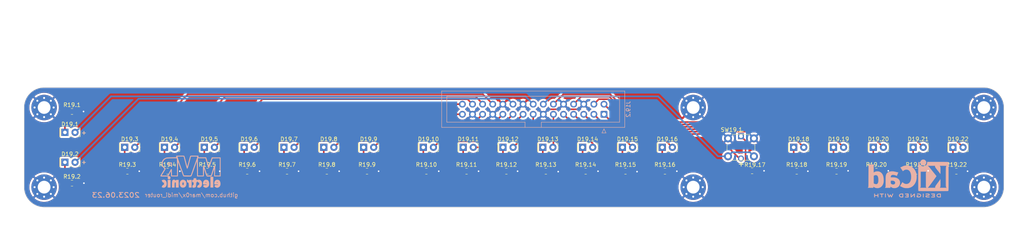
<source format=kicad_pcb>
(kicad_pcb (version 20221018) (generator pcbnew)
  (layers (0 "F.Cu" signal) (31 "B.Cu" signal) (34 "B.Paste" user) (35 "F.Paste" user) (36 "B.SilkS" user "B.Silkscreen") (37 "F.SilkS" user "F.Silkscreen") (38 "B.Mask" user) (39 "F.Mask" user) (44 "Edge.Cuts" user))
  (net 0 "")
  (net 1 "Net-(D19.1-K)")
  (net 2 "Net-(D19.2-K)")
  (net 3 "Net-(D19.3-K)")
  (net 4 "Net-(D19.4-K)")
  (net 5 "Net-(D19.5-K)")
  (net 6 "Net-(D19.6-K)")
  (net 7 "Net-(D19.7-K)")
  (net 8 "Net-(D19.8-K)")
  (net 9 "Net-(D19.9-K)")
  (net 10 "Net-(D19.10-K)")
  (net 11 "Net-(D19.11-K)")
  (net 12 "Net-(D19.12-K)")
  (net 13 "Net-(D19.13-K)")
  (net 14 "Net-(D19.14-K)")
  (net 15 "Net-(D19.15-K)")
  (net 16 "U9.12")
  (net 17 "U9.13")
  (net 18 "U9.11")
  (net 19 "U9.14")
  (net 20 "U8.18")
  (net 21 "GND")
  (net 22 "U8.17")
  (net 23 "U9.15")
  (net 24 "U8.16")
  (net 25 "U8.15")
  (net 26 "U9.16")
  (net 27 "~{BTN}")
  (net 28 "U8.14")
  (net 29 "U7.11")
  (net 30 "U8.13")
  (net 31 "U8.12")
  (net 32 "U7.12")
  (net 33 "U8.11")
  (net 34 "U7.13")
  (net 35 "U7.18")
  (net 36 "U7.14")
  (net 37 "U7.15")
  (net 38 "U7.17")
  (net 39 "U7.16")
  (net 40 "Net-(D19.16-K)")
  (net 41 "Net-(D19.18-K)")
  (net 42 "Net-(D19.19-K)")
  (net 43 "Net-(D19.20-K)")
  (net 44 "Net-(D19.21-K)")
  (net 45 "Net-(D19.22-K)")
  (net 46 "Net-(SW19.1-K)")
  (footprint "Resistor_SMD:R_0805_2012Metric" (layer "F.Cu") (at 171 101)
    (fp_text reference "R19.14" (at 0 -1.65) (layer "F.SilkS"))
    (fp_text value "470")
    (pad "1" smd roundrect (at -0.9125 0) (size 1.025 1.4) (layers "F.Cu" "F.Paste" "F.Mask") (roundrect_rratio 0.243902439) (net 14 "Net-(D19.14-K)"))
    (pad "2" smd roundrect (at 0.9125 0) (size 1.025 1.4) (layers "F.Cu" "F.Paste" "F.Mask") (roundrect_rratio 0.243902439) (net 21 "GND"))
  )
  (footprint "LED_THT:LED_Rectangular_W5.0mm_H2.0mm" (layer "F.Cu") (at 150.23 95)
    (fp_text reference "D19.12" (at 1.27 -2.06) (layer "F.SilkS"))
    (fp_text value "LED")
    (pad "1" thru_hole rect (at 0 0) (size 1.8 1.8) (drill 0.9) (layers "*.Cu" "*.Mask") (net 12 "Net-(D19.12-K)"))
    (pad "2" thru_hole circle (at 2.54 0) (size 1.8 1.8) (drill 0.9) (layers "*.Cu" "*.Mask") (net 28 "U8.14"))
  )
  (footprint "MountingHole:MountingHole_3.2mm_M3_Pad_Via" (layer "F.Cu") (at 271 85)
    (fp_text reference "H3" hide)
    (fp_text value "MountingHole_Pad")
    (pad "1" thru_hole circle (at -2.4 0) (size 0.8 0.8) (drill 0.5) (layers "*.Cu" "*.Mask") (net 21 "GND"))
    (pad "1" thru_hole circle (at -1.697056 -1.697056) (size 0.8 0.8) (drill 0.5) (layers "*.Cu" "*.Mask") (net 21 "GND"))
    (pad "1" thru_hole circle (at -1.697056 1.697056) (size 0.8 0.8) (drill 0.5) (layers "*.Cu" "*.Mask") (net 21 "GND"))
    (pad "1" thru_hole circle (at 0 -2.4) (size 0.8 0.8) (drill 0.5) (layers "*.Cu" "*.Mask") (net 21 "GND"))
    (pad "1" thru_hole circle (at 0 0) (size 6.4 6.4) (drill 3.2) (layers "*.Cu" "*.Mask") (net 21 "GND"))
    (pad "1" thru_hole circle (at 0 2.4) (size 0.8 0.8) (drill 0.5) (layers "*.Cu" "*.Mask") (net 21 "GND"))
    (pad "1" thru_hole circle (at 1.697056 -1.697056) (size 0.8 0.8) (drill 0.5) (layers "*.Cu" "*.Mask") (net 21 "GND"))
    (pad "1" thru_hole circle (at 1.697056 1.697056) (size 0.8 0.8) (drill 0.5) (layers "*.Cu" "*.Mask") (net 21 "GND"))
    (pad "1" thru_hole circle (at 2.4 0) (size 0.8 0.8) (drill 0.5) (layers "*.Cu" "*.Mask") (net 21 "GND"))
  )
  (footprint "Resistor_SMD:R_0805_2012Metric" (layer "F.Cu") (at 264.0875 101)
    (fp_text reference "R19.22" (at 0 -1.65) (layer "F.SilkS"))
    (fp_text value "470")
    (pad "1" smd roundrect (at -0.9125 0) (size 1.025 1.4) (layers "F.Cu" "F.Paste" "F.Mask") (roundrect_rratio 0.243902439) (net 45 "Net-(D19.22-K)"))
    (pad "2" smd roundrect (at 0.9125 0) (size 1.025 1.4) (layers "F.Cu" "F.Paste" "F.Mask") (roundrect_rratio 0.243902439) (net 21 "GND"))
  )
  (footprint "LED_THT:LED_Rectangular_W5.0mm_H2.0mm" (layer "F.Cu") (at 105.23 95)
    (fp_text reference "D19.8" (at 1.27 -2.06) (layer "F.SilkS"))
    (fp_text value "LED")
    (pad "1" thru_hole rect (at 0 0) (size 1.8 1.8) (drill 0.9) (layers "*.Cu" "*.Mask") (net 8 "Net-(D19.8-K)"))
    (pad "2" thru_hole circle (at 2.54 0) (size 1.8 1.8) (drill 0.9) (layers "*.Cu" "*.Mask") (net 35 "U7.18"))
  )
  (footprint "LED_THT:LED_Rectangular_W5.0mm_H2.0mm" (layer "F.Cu") (at 190.23 95)
    (fp_text reference "D19.16" (at 1.27 -2.06) (layer "F.SilkS"))
    (fp_text value "LED")
    (pad "1" thru_hole rect (at 0 0) (size 1.8 1.8) (drill 0.9) (layers "*.Cu" "*.Mask") (net 40 "Net-(D19.16-K)"))
    (pad "2" thru_hole circle (at 2.54 0) (size 1.8 1.8) (drill 0.9) (layers "*.Cu" "*.Mask") (net 20 "U8.18"))
  )
  (footprint "Resistor_SMD:R_0805_2012Metric" (layer "F.Cu") (at 131 101)
    (fp_text reference "R19.10" (at 0 -1.65) (layer "F.SilkS"))
    (fp_text value "470")
    (pad "1" smd roundrect (at -0.9125 0) (size 1.025 1.4) (layers "F.Cu" "F.Paste" "F.Mask") (roundrect_rratio 0.243902439) (net 10 "Net-(D19.10-K)"))
    (pad "2" smd roundrect (at 0.9125 0) (size 1.025 1.4) (layers "F.Cu" "F.Paste" "F.Mask") (roundrect_rratio 0.243902439) (net 21 "GND"))
  )
  (footprint "Resistor_SMD:R_0805_2012Metric" (layer "F.Cu") (at 106 101)
    (fp_text reference "R19.8" (at 0 -1.65) (layer "F.SilkS"))
    (fp_text value "470")
    (pad "1" smd roundrect (at -0.9125 0) (size 1.025 1.4) (layers "F.Cu" "F.Paste" "F.Mask") (roundrect_rratio 0.243902439) (net 8 "Net-(D19.8-K)"))
    (pad "2" smd roundrect (at 0.9125 0) (size 1.025 1.4) (layers "F.Cu" "F.Paste" "F.Mask") (roundrect_rratio 0.243902439) (net 21 "GND"))
  )
  (footprint "LED_THT:LED_Rectangular_W5.0mm_H2.0mm" (layer "F.Cu") (at 140.23 95)
    (fp_text reference "D19.11" (at 1.27 -2.06) (layer "F.SilkS"))
    (fp_text value "LED")
    (pad "1" thru_hole rect (at 0 0) (size 1.8 1.8) (drill 0.9) (layers "*.Cu" "*.Mask") (net 11 "Net-(D19.11-K)"))
    (pad "2" thru_hole circle (at 2.54 0) (size 1.8 1.8) (drill 0.9) (layers "*.Cu" "*.Mask") (net 30 "U8.13"))
  )
  (footprint "Resistor_SMD:R_0805_2012Metric" (layer "F.Cu") (at 254 101)
    (fp_text reference "R19.21" (at 0 -1.65) (layer "F.SilkS"))
    (fp_text value "470")
    (pad "1" smd roundrect (at -0.9125 0) (size 1.025 1.4) (layers "F.Cu" "F.Paste" "F.Mask") (roundrect_rratio 0.243902439) (net 44 "Net-(D19.21-K)"))
    (pad "2" smd roundrect (at 0.9125 0) (size 1.025 1.4) (layers "F.Cu" "F.Paste" "F.Mask") (roundrect_rratio 0.243902439) (net 21 "GND"))
  )
  (footprint "MountingHole:MountingHole_3.2mm_M3_Pad_Via" (layer "F.Cu") (at 35 85)
    (fp_text reference "H1" hide)
    (fp_text value "MountingHole_Pad")
    (pad "1" thru_hole circle (at -2.4 0) (size 0.8 0.8) (drill 0.5) (layers "*.Cu" "*.Mask") (net 21 "GND"))
    (pad "1" thru_hole circle (at -1.697056 -1.697056) (size 0.8 0.8) (drill 0.5) (layers "*.Cu" "*.Mask") (net 21 "GND"))
    (pad "1" thru_hole circle (at -1.697056 1.697056) (size 0.8 0.8) (drill 0.5) (layers "*.Cu" "*.Mask") (net 21 "GND"))
    (pad "1" thru_hole circle (at 0 -2.4) (size 0.8 0.8) (drill 0.5) (layers "*.Cu" "*.Mask") (net 21 "GND"))
    (pad "1" thru_hole circle (at 0 0) (size 6.4 6.4) (drill 3.2) (layers "*.Cu" "*.Mask") (net 21 "GND"))
    (pad "1" thru_hole circle (at 0 2.4) (size 0.8 0.8) (drill 0.5) (layers "*.Cu" "*.Mask") (net 21 "GND"))
    (pad "1" thru_hole circle (at 1.697056 -1.697056) (size 0.8 0.8) (drill 0.5) (layers "*.Cu" "*.Mask") (net 21 "GND"))
    (pad "1" thru_hole circle (at 1.697056 1.697056) (size 0.8 0.8) (drill 0.5) (layers "*.Cu" "*.Mask") (net 21 "GND"))
    (pad "1" thru_hole circle (at 2.4 0) (size 0.8 0.8) (drill 0.5) (layers "*.Cu" "*.Mask") (net 21 "GND"))
  )
  (footprint "LED_THT:LED_Rectangular_W5.0mm_H2.0mm" (layer "F.Cu") (at 40.23 98.75)
    (fp_text reference "D19.2" (at 1.27 -2.06) (layer "F.SilkS"))
    (fp_text value "LED")
    (fp_text user "+" (at 4.77 -0.05 unlocked) (layer "B.SilkS") (effects (justify mirror)))
    (fp_text user "+" (at 4.77 -0.05 unlocked) (layer "F.SilkS"))
    (pad "1" thru_hole rect (at 0 0) (size 1.8 1.8) (drill 0.9) (layers "*.Cu" "*.Mask") (net 2 "Net-(D19.2-K)"))
    (pad "2" thru_hole circle (at 2.54 0) (size 1.8 1.8) (drill 0.9) (layers "*.Cu" "*.Mask") (net 32 "U7.12"))
  )
  (footprint "LED_THT:LED_Rectangular_W5.0mm_H2.0mm" (layer "F.Cu") (at 130.23 95)
    (fp_text reference "D19.10" (at 1.27 -2.06) (layer "F.SilkS"))
    (fp_text value "LED")
    (pad "1" thru_hole rect (at 0 0) (size 1.8 1.8) (drill 0.9) (layers "*.Cu" "*.Mask") (net 10 "Net-(D19.10-K)"))
    (pad "2" thru_hole circle (at 2.54 0) (size 1.8 1.8) (drill 0.9) (layers "*.Cu" "*.Mask") (net 31 "U8.12"))
  )
  (footprint "LED_THT:LED_Rectangular_W5.0mm_H2.0mm" (layer "F.Cu") (at 85.23 95)
    (fp_text reference "D19.6" (at 1.27 -2.06) (layer "F.SilkS"))
    (fp_text value "LED")
    (pad "1" thru_hole rect (at 0 0) (size 1.8 1.8) (drill 0.9) (layers "*.Cu" "*.Mask") (net 6 "Net-(D19.6-K)"))
    (pad "2" thru_hole circle (at 2.54 0) (size 1.8 1.8) (drill 0.9) (layers "*.Cu" "*.Mask") (net 39 "U7.16"))
  )
  (footprint "Resistor_SMD:R_0805_2012Metric" (layer "F.Cu") (at 181 101)
    (fp_text reference "R19.15" (at 0 -1.65) (layer "F.SilkS"))
    (fp_text value "470")
    (pad "1" smd roundrect (at -0.9125 0) (size 1.025 1.4) (layers "F.Cu" "F.Paste" "F.Mask") (roundrect_rratio 0.243902439) (net 15 "Net-(D19.15-K)"))
    (pad "2" smd roundrect (at 0.9125 0) (size 1.025 1.4) (layers "F.Cu" "F.Paste" "F.Mask") (roundrect_rratio 0.243902439) (net 21 "GND"))
  )
  (footprint "Resistor_SMD:R_0805_2012Metric" (layer "F.Cu") (at 55.9125 101)
    (fp_text reference "R19.3" (at 0 -1.65) (layer "F.SilkS"))
    (fp_text value "470")
    (pad "1" smd roundrect (at -0.9125 0) (size 1.025 1.4) (layers "F.Cu" "F.Paste" "F.Mask") (roundrect_rratio 0.243902439) (net 3 "Net-(D19.3-K)"))
    (pad "2" smd roundrect (at 0.9125 0) (size 1.025 1.4) (layers "F.Cu" "F.Paste" "F.Mask") (roundrect_rratio 0.243902439) (net 21 "GND"))
  )
  (footprint "LED_THT:LED_Rectangular_W5.0mm_H2.0mm" (layer "F.Cu") (at 223.23 95)
    (fp_text reference "D19.18" (at 1.27 -2.06) (layer "F.SilkS"))
    (fp_text value "LED")
    (pad "1" thru_hole rect (at 0 0) (size 1.8 1.8) (drill 0.9) (layers "*.Cu" "*.Mask") (net 41 "Net-(D19.18-K)"))
    (pad "2" thru_hole circle (at 2.54 0) (size 1.8 1.8) (drill 0.9) (layers "*.Cu" "*.Mask") (net 16 "U9.12"))
  )
  (footprint "Resistor_SMD:R_0805_2012Metric" (layer "F.Cu") (at 66 101)
    (fp_text reference "R19.4" (at 0 -1.65) (layer "F.SilkS"))
    (fp_text value "470")
    (pad "1" smd roundrect (at -0.9125 0) (size 1.025 1.4) (layers "F.Cu" "F.Paste" "F.Mask") (roundrect_rratio 0.243902439) (net 4 "Net-(D19.4-K)"))
    (pad "2" smd roundrect (at 0.9125 0) (size 1.025 1.4) (layers "F.Cu" "F.Paste" "F.Mask") (roundrect_rratio 0.243902439) (net 21 "GND"))
  )
  (footprint "LED_THT:LED_Rectangular_W5.0mm_H2.0mm" (layer "F.Cu") (at 95.23 95)
    (fp_text reference "D19.7" (at 1.27 -2.06) (layer "F.SilkS"))
    (fp_text value "LED")
    (pad "1" thru_hole rect (at 0 0) (size 1.8 1.8) (drill 0.9) (layers "*.Cu" "*.Mask") (net 7 "Net-(D19.7-K)"))
    (pad "2" thru_hole circle (at 2.54 0) (size 1.8 1.8) (drill 0.9) (layers "*.Cu" "*.Mask") (net 38 "U7.17"))
  )
  (footprint "LED_THT:LED_Rectangular_W5.0mm_H2.0mm" (layer "F.Cu") (at 233.23 95)
    (fp_text reference "D19.19" (at 1.27 -2.06) (layer "F.SilkS"))
    (fp_text value "LED")
    (pad "1" thru_hole rect (at 0 0) (size 1.8 1.8) (drill 0.9) (layers "*.Cu" "*.Mask") (net 42 "Net-(D19.19-K)"))
    (pad "2" thru_hole circle (at 2.54 0) (size 1.8 1.8) (drill 0.9) (layers "*.Cu" "*.Mask") (net 17 "U9.13"))
  )
  (footprint "lib:SW_PUSH_6mm" (layer "F.Cu") (at 206.75 92.75)
    (fp_text reference "SW19.1" (at 0.889 -2.159) (layer "F.SilkS"))
    (fp_text value "SW_Push_LED")
    (pad "1" thru_hole circle (at 0 0 90) (size 2 2) (drill 1.1) (layers "*.Cu" "*.Mask") (net 21 "GND"))
    (pad "1" thru_hole circle (at 6.5 0 90) (size 2 2) (drill 1.1) (layers "*.Cu" "*.Mask") (net 21 "GND"))
    (pad "2" thru_hole circle (at 0 4.5 90) (size 2 2) (drill 1.1) (layers "*.Cu" "*.Mask") (net 27 "~{BTN}"))
    (pad "2" thru_hole circle (at 6.5 4.5 90) (size 2 2) (drill 1.1) (layers "*.Cu" "*.Mask") (net 27 "~{BTN}"))
    (pad "3" thru_hole rect (at 3.25 -0.55 90) (size 1.5 1.5) (drill 0.9) (layers "*.Cu" "*.Mask") (net 46 "Net-(SW19.1-K)"))
    (pad "4" thru_hole circle (at 3.25 5.05 90) (size 1.5 1.5) (drill 0.9) (layers "*.Cu" "*.Mask") (net 18 "U9.11"))
  )
  (footprint "MountingHole:MountingHole_3.2mm_M3_Pad_Via" (layer "F.Cu") (at 198 85)
    (fp_text reference "H2" hide)
    (fp_text value "MountingHole_Pad")
    (pad "1" thru_hole circle (at -2.4 0) (size 0.8 0.8) (drill 0.5) (layers "*.Cu" "*.Mask") (net 21 "GND"))
    (pad "1" thru_hole circle (at -1.697056 -1.697056) (size 0.8 0.8) (drill 0.5) (layers "*.Cu" "*.Mask") (net 21 "GND"))
    (pad "1" thru_hole circle (at -1.697056 1.697056) (size 0.8 0.8) (drill 0.5) (layers "*.Cu" "*.Mask") (net 21 "GND"))
    (pad "1" thru_hole circle (at 0 -2.4) (size 0.8 0.8) (drill 0.5) (layers "*.Cu" "*.Mask") (net 21 "GND"))
    (pad "1" thru_hole circle (at 0 0) (size 6.4 6.4) (drill 3.2) (layers "*.Cu" "*.Mask") (net 21 "GND"))
    (pad "1" thru_hole circle (at 0 2.4) (size 0.8 0.8) (drill 0.5) (layers "*.Cu" "*.Mask") (net 21 "GND"))
    (pad "1" thru_hole circle (at 1.697056 -1.697056) (size 0.8 0.8) (drill 0.5) (layers "*.Cu" "*.Mask") (net 21 "GND"))
    (pad "1" thru_hole circle (at 1.697056 1.697056) (size 0.8 0.8) (drill 0.5) (layers "*.Cu" "*.Mask") (net 21 "GND"))
    (pad "1" thru_hole circle (at 2.4 0) (size 0.8 0.8) (drill 0.5) (layers "*.Cu" "*.Mask") (net 21 "GND"))
  )
  (footprint "Resistor_SMD:R_0805_2012Metric" (layer "F.Cu") (at 224 101)
    (fp_text reference "R19.18" (at 0 -1.65) (layer "F.SilkS"))
    (fp_text value "470")
    (pad "1" smd roundrect (at -0.9125 0) (size 1.025 1.4) (layers "F.Cu" "F.Paste" "F.Mask") (roundrect_rratio 0.243902439) (net 41 "Net-(D19.18-K)"))
    (pad "2" smd roundrect (at 0.9125 0) (size 1.025 1.4) (layers "F.Cu" "F.Paste" "F.Mask") (roundrect_rratio 0.243902439) (net 21 "GND"))
  )
  (footprint "Resistor_SMD:R_0805_2012Metric" (layer "F.Cu") (at 86 101)
    (fp_text reference "R19.6" (at 0 -1.65) (layer "F.SilkS"))
    (fp_text value "470")
    (pad "1" smd roundrect (at -0.9125 0) (size 1.025 1.4) (layers "F.Cu" "F.Paste" "F.Mask") (roundrect_rratio 0.243902439) (net 6 "Net-(D19.6-K)"))
    (pad "2" smd roundrect (at 0.9125 0) (size 1.025 1.4) (layers "F.Cu" "F.Paste" "F.Mask") (roundrect_rratio 0.243902439) (net 21 "GND"))
  )
  (footprint "LED_THT:LED_Rectangular_W5.0mm_H2.0mm" (layer "F.Cu") (at 160.23 95)
    (fp_text reference "D19.13" (at 1.27 -2.06) (layer "F.SilkS"))
    (fp_text value "LED")
    (pad "1" thru_hole rect (at 0 0) (size 1.8 1.8) (drill 0.9) (layers "*.Cu" "*.Mask") (net 13 "Net-(D19.13-K)"))
    (pad "2" thru_hole circle (at 2.54 0) (size 1.8 1.8) (drill 0.9) (layers "*.Cu" "*.Mask") (net 25 "U8.15"))
  )
  (footprint "MountingHole:MountingHole_3.2mm_M3_Pad_Via" (layer "F.Cu") (at 271 105)
    (fp_text reference "H4" hide)
    (fp_text value "MountingHole_Pad")
    (pad "1" thru_hole circle (at -2.4 0) (size 0.8 0.8) (drill 0.5) (layers "*.Cu" "*.Mask") (net 21 "GND"))
    (pad "1" thru_hole circle (at -1.697056 -1.697056) (size 0.8 0.8) (drill 0.5) (layers "*.Cu" "*.Mask") (net 21 "GND"))
    (pad "1" thru_hole circle (at -1.697056 1.697056) (size 0.8 0.8) (drill 0.5) (layers "*.Cu" "*.Mask") (net 21 "GND"))
    (pad "1" thru_hole circle (at 0 -2.4) (size 0.8 0.8) (drill 0.5) (layers "*.Cu" "*.Mask") (net 21 "GND"))
    (pad "1" thru_hole circle (at 0 0) (size 6.4 6.4) (drill 3.2) (layers "*.Cu" "*.Mask") (net 21 "GND"))
    (pad "1" thru_hole circle (at 0 2.4) (size 0.8 0.8) (drill 0.5) (layers "*.Cu" "*.Mask") (net 21 "GND"))
    (pad "1" thru_hole circle (at 1.697056 -1.697056) (size 0.8 0.8) (drill 0.5) (layers "*.Cu" "*.Mask") (net 21 "GND"))
    (pad "1" thru_hole circle (at 1.697056 1.697056) (size 0.8 0.8) (drill 0.5) (layers "*.Cu" "*.Mask") (net 21 "GND"))
    (pad "1" thru_hole circle (at 2.4 0) (size 0.8 0.8) (drill 0.5) (layers "*.Cu" "*.Mask") (net 21 "GND"))
  )
  (footprint "Resistor_SMD:R_0805_2012Metric" (layer "F.Cu") (at 244 101)
    (fp_text reference "R19.20" (at 0 -1.65) (layer "F.SilkS"))
    (fp_text value "470")
    (pad "1" smd roundrect (at -0.9125 0) (size 1.025 1.4) (layers "F.Cu" "F.Paste" "F.Mask") (roundrect_rratio 0.243902439) (net 43 "Net-(D19.20-K)"))
    (pad "2" smd roundrect (at 0.9125 0) (size 1.025 1.4) (layers "F.Cu" "F.Paste" "F.Mask") (roundrect_rratio 0.243902439) (net 21 "GND"))
  )
  (footprint "Resistor_SMD:R_0805_2012Metric" (layer "F.Cu") (at 96 101)
    (fp_text reference "R19.7" (at 0 -1.65) (layer "F.SilkS"))
    (fp_text value "470")
    (pad "1" smd roundrect (at -0.9125 0) (size 1.025 1.4) (layers "F.Cu" "F.Paste" "F.Mask") (roundrect_rratio 0.243902439) (net 7 "Net-(D19.7-K)"))
    (pad "2" smd roundrect (at 0.9125 0) (size 1.025 1.4) (layers "F.Cu" "F.Paste" "F.Mask") (roundrect_rratio 0.243902439) (net 21 "GND"))
  )
  (footprint "LED_THT:LED_Rectangular_W5.0mm_H2.0mm" (layer "F.Cu") (at 75.23 95)
    (fp_text reference "D19.5" (at 1.27 -2.06) (layer "F.SilkS"))
    (fp_text value "LED")
    (pad "1" thru_hole rect (at 0 0) (size 1.8 1.8) (drill 0.9) (layers "*.Cu" "*.Mask") (net 5 "Net-(D19.5-K)"))
    (pad "2" thru_hole circle (at 2.54 0) (size 1.8 1.8) (drill 0.9) (layers "*.Cu" "*.Mask") (net 37 "U7.15"))
  )
  (footprint "LED_THT:LED_Rectangular_W5.0mm_H2.0mm" (layer "F.Cu") (at 40.23 91.25)
    (fp_text reference "D19.1" (at 1.27 -2.06) (layer "F.SilkS"))
    (fp_text value "LED")
    (fp_text user "+" (at 4.77 0.05 unlocked) (layer "B.SilkS") (effects (justify mirror)))
    (fp_text user "+" (at 4.77 0.05 unlocked) (layer "F.SilkS"))
    (pad "1" thru_hole rect (at 0 0) (size 1.8 1.8) (drill 0.9) (layers "*.Cu" "*.Mask") (net 1 "Net-(D19.1-K)"))
    (pad "2" thru_hole circle (at 2.54 0) (size 1.8 1.8) (drill 0.9) (layers "*.Cu" "*.Mask") (net 29 "U7.11"))
  )
  (footprint "Resistor_SMD:R_0805_2012Metric" (layer "F.Cu") (at 116.0875 101)
    (fp_text reference "R19.9" (at 0 -1.65) (layer "F.SilkS"))
    (fp_text value "470")
    (pad "1" smd roundrect (at -0.9125 0) (size 1.025 1.4) (layers "F.Cu" "F.Paste" "F.Mask") (roundrect_rratio 0.243902439) (net 9 "Net-(D19.9-K)"))
    (pad "2" smd roundrect (at 0.9125 0) (size 1.025 1.4) (layers "F.Cu" "F.Paste" "F.Mask") (roundrect_rratio 0.243902439) (net 21 "GND"))
  )
  (footprint "Resistor_SMD:R_0805_2012Metric" (layer "F.Cu") (at 151.0875 101)
    (fp_text reference "R19.12" (at 0 -1.65) (layer "F.SilkS"))
    (fp_text value "470")
    (pad "1" smd roundrect (at -0.9125 0) (size 1.025 1.4) (layers "F.Cu" "F.Paste" "F.Mask") (roundrect_rratio 0.243902439) (net 12 "Net-(D19.12-K)"))
    (pad "2" smd roundrect (at 0.9125 0) (size 1.025 1.4) (layers "F.Cu" "F.Paste" "F.Mask") (roundrect_rratio 0.243902439) (net 21 "GND"))
  )
  (footprint "Resistor_SMD:R_0805_2012Metric" (layer "F.Cu") (at 190.9125 101)
    (fp_text reference "R19.16" (at 0 -1.65) (layer "F.SilkS"))
    (fp_text value "470")
    (pad "1" smd roundrect (at -0.9125 0) (size 1.025 1.4) (layers "F.Cu" "F.Paste" "F.Mask") (roundrect_rratio 0.243902439) (net 40 "Net-(D19.16-K)"))
    (pad "2" smd roundrect (at 0.9125 0) (size 1.025 1.4) (layers "F.Cu" "F.Paste" "F.Mask") (roundrect_rratio 0.243902439) (net 21 "GND"))
  )
  (footprint "LED_THT:LED_Rectangular_W5.0mm_H2.0mm" (layer "F.Cu") (at 115.23 95)
    (fp_text reference "D19.9" (at 1.27 -2.06) (layer "F.SilkS"))
    (fp_text value "LED")
    (pad "1" thru_hole rect (at 0 0) (size 1.8 1.8) (drill 0.9) (layers "*.Cu" "*.Mask") (net 9 "Net-(D19.9-K)"))
    (pad "2" thru_hole circle (at 2.54 0) (size 1.8 1.8) (drill 0.9) (layers "*.Cu" "*.Mask") (net 33 "U8.11"))
  )
  (footprint "Resistor_SMD:R_0805_2012Metric" (layer "F.Cu") (at 42 104)
    (fp_text reference "R19.2" (at 0 -1.65) (layer "F.SilkS"))
    (fp_text value "470")
    (pad "1" smd roundrect (at -0.9125 0) (size 1.025 1.4) (layers "F.Cu" "F.Paste" "F.Mask") (roundrect_rratio 0.243902439) (net 2 "Net-(D19.2-K)"))
    (pad "2" smd roundrect (at 0.9125 0) (size 1.025 1.4) (layers "F.Cu" "F.Paste" "F.Mask") (roundrect_rratio 0.243902439) (net 21 "GND"))
  )
  (footprint "Resistor_SMD:R_0805_2012Metric" (layer "F.Cu") (at 42 86)
    (fp_text reference "R19.1" (at 0 -1.65) (layer "F.SilkS"))
    (fp_text value "470")
    (pad "1" smd roundrect (at -0.9125 0) (size 1.025 1.4) (layers "F.Cu" "F.Paste" "F.Mask") (roundrect_rratio 0.243902439) (net 1 "Net-(D19.1-K)"))
    (pad "2" smd roundrect (at 0.9125 0) (size 1.025 1.4) (layers "F.Cu" "F.Paste" "F.Mask") (roundrect_rratio 0.243902439) (net 21 "GND"))
  )
  (footprint "Resistor_SMD:R_0805_2012Metric" (layer "F.Cu") (at 161 101)
    (fp_text reference "R19.13" (at 0 -1.65) (layer "F.SilkS"))
    (fp_text value "470")
    (pad "1" smd roundrect (at -0.9125 0) (size 1.025 1.4) (layers "F.Cu" "F.Paste" "F.Mask") (roundrect_rratio 0.243902439) (net 13 "Net-(D19.13-K)"))
    (pad "2" smd roundrect (at 0.9125 0) (size 1.025 1.4) (layers "F.Cu" "F.Paste" "F.Mask") (roundrect_rratio 0.243902439) (net 21 "GND"))
  )
  (footprint "Resistor_SMD:R_0805_2012Metric" (layer "F.Cu") (at 234 101)
    (fp_text reference "R19.19" (at 0 -1.65) (layer "F.SilkS"))
    (fp_text value "470")
    (pad "1" smd roundrect (at -0.9125 0) (size 1.025 1.4) (layers "F.Cu" "F.Paste" "F.Mask") (roundrect_rratio 0.243902439) (net 42 "Net-(D19.19-K)"))
    (pad "2" smd roundrect (at 0.9125 0) (size 1.025 1.4) (layers "F.Cu" "F.Paste" "F.Mask") (roundrect_rratio 0.243902439) (net 21 "GND"))
  )
  (footprint "Resistor_SMD:R_0805_2012Metric" (layer "F.Cu") (at 212.8 100.9)
    (fp_text reference "R19.17" (at 0.7 -1.5) (layer "F.SilkS"))
    (fp_text value "470")
    (pad "1" smd roundrect (at -0.9125 0) (size 1.025 1.4) (layers "F.Cu" "F.Paste" "F.Mask") (roundrect_rratio 0.243902439) (net 46 "Net-(SW19.1-K)"))
    (pad "2" smd roundrect (at 0.9125 0) (size 1.025 1.4) (layers "F.Cu" "F.Paste" "F.Mask") (roundrect_rratio 0.243902439) (net 21 "GND"))
  )
  (footprint "LED_THT:LED_Rectangular_W5.0mm_H2.0mm" (layer "F.Cu") (at 243.23 95)
    (fp_text reference "D19.20" (at 1.27 -2.06) (layer "F.SilkS"))
    (fp_text value "LED")
    (pad "1" thru_hole rect (at 0 0) (size 1.8 1.8) (drill 0.9) (layers "*.Cu" "*.Mask") (net 43 "Net-(D19.20-K)"))
    (pad "2" thru_hole circle (at 2.54 0) (size 1.8 1.8) (drill 0.9) (layers "*.Cu" "*.Mask") (net 19 "U9.14"))
  )
  (footprint "MountingHole:MountingHole_3.2mm_M3_Pad_Via" (layer "F.Cu") (at 35 105)
    (fp_text reference "H6" hide)
    (fp_text value "MountingHole_Pad")
    (pad "1" thru_hole circle (at -2.4 0) (size 0.8 0.8) (drill 0.5) (layers "*.Cu" "*.Mask") (net 21 "GND"))
    (pad "1" thru_hole circle (at -1.697056 -1.697056) (size 0.8 0.8) (drill 0.5) (layers "*.Cu" "*.Mask") (net 21 "GND"))
    (pad "1" thru_hole circle (at -1.697056 1.697056) (size 0.8 0.8) (drill 0.5) (layers "*.Cu" "*.Mask") (net 21 "GND"))
    (pad "1" thru_hole circle (at 0 -2.4) (size 0.8 0.8) (drill 0.5) (layers "*.Cu" "*.Mask") (net 21 "GND"))
    (pad "1" thru_hole circle (at 0 0) (size 6.4 6.4) (drill 3.2) (layers "*.Cu" "*.Mask") (net 21 "GND"))
    (pad "1" thru_hole circle (at 0 2.4) (size 0.8 0.8) (drill 0.5) (layers "*.Cu" "*.Mask") (net 21 "GND"))
    (pad "1" thru_hole circle (at 1.697056 -1.697056) (size 0.8 0.8) (drill 0.5) (layers "*.Cu" "*.Mask") (net 21 "GND"))
    (pad "1" thru_hole circle (at 1.697056 1.697056) (size 0.8 0.8) (drill 0.5) (layers "*.Cu" "*.Mask") (net 21 "GND"))
    (pad "1" thru_hole circle (at 2.4 0) (size 0.8 0.8) (drill 0.5) (layers "*.Cu" "*.Mask") (net 21 "GND"))
  )
  (footprint "Resistor_SMD:R_0805_2012Metric" (layer "F.Cu") (at 76 101)
    (fp_text reference "R19.5" (at 0 -1.65) (layer "F.SilkS"))
    (fp_text value "470")
    (pad "1" smd roundrect (at -0.9125 0) (size 1.025 1.4) (layers "F.Cu" "F.Paste" "F.Mask") (roundrect_rratio 0.243902439) (net 5 "Net-(D19.5-K)"))
    (pad "2" smd roundrect (at 0.9125 0) (size 1.025 1.4) (layers "F.Cu" "F.Paste" "F.Mask") (roundrect_rratio 0.243902439) (net 21 "GND"))
  )
  (footprint "LED_THT:LED_Rectangular_W5.0mm_H2.0mm" (layer "F.Cu") (at 263.23 95)
    (fp_text reference "D19.22" (at 1.27 -2.06) (layer "F.SilkS"))
    (fp_text value "LED")
    (pad "1" thru_hole rect (at 0 0) (size 1.8 1.8) (drill 0.9) (layers "*.Cu" "*.Mask") (net 45 "Net-(D19.22-K)"))
    (pad "2" thru_hole circle (at 2.54 0) (size 1.8 1.8) (drill 0.9) (layers "*.Cu" "*.Mask") (net 26 "U9.16"))
  )
  (footprint "LED_THT:LED_Rectangular_W5.0mm_H2.0mm" (layer "F.Cu") (at 65.23 95)
    (fp_text reference "D19.4" (at 1.27 -2.06) (layer "F.SilkS"))
    (fp_text value "LED")
    (pad "1" thru_hole rect (at 0 0) (size 1.8 1.8) (drill 0.9) (layers "*.Cu" "*.Mask") (net 4 "Net-(D19.4-K)"))
    (pad "2" thru_hole circle (at 2.54 0) (size 1.8 1.8) (drill 0.9) (layers "*.Cu" "*.Mask") (net 36 "U7.14"))
  )
  (footprint "Resistor_SMD:R_0805_2012Metric" (layer "F.Cu") (at 141.0875 101)
    (fp_text reference "R19.11" (at 0 -1.65) (layer "F.SilkS"))
    (fp_text value "470")
    (pad "1" smd roundrect (at -0.9125 0) (size 1.025 1.4) (layers "F.Cu" "F.Paste" "F.Mask") (roundrect_rratio 0.243902439) (net 11 "Net-(D19.11-K)"))
    (pad "2" smd roundrect (at 0.9125 0) (size 1.025 1.4) (layers "F.Cu" "F.Paste" "F.Mask") (roundrect_rratio 0.243902439) (net 21 "GND"))
  )
  (footprint "LED_THT:LED_Rectangular_W5.0mm_H2.0mm" (layer "F.Cu") (at 180.23 95)
    (fp_text reference "D19.15" (at 1.27 -2.06) (layer "F.SilkS"))
    (fp_text value "LED")
    (pad "1" thru_hole rect (at 0 0) (size 1.8 1.8) (drill 0.9) (layers "*.Cu" "*.Mask") (net 15 "Net-(D19.15-K)"))
    (pad "2" thru_hole circle (at 2.54 0) (size 1.8 1.8) (drill 0.9) (layers "*.Cu" "*.Mask") (net 22 "U8.17"))
  )
  (footprint "LED_THT:LED_Rectangular_W5.0mm_H2.0mm" (layer "F.Cu") (at 253.23 95)
    (fp_text reference "D19.21" (at 1.27 -2.06) (layer "F.SilkS"))
    (fp_text value "LED")
    (pad "1" thru_hole rect (at 0 0) (size 1.8 1.8) (drill 0.9) (layers "*.Cu" "*.Mask") (net 44 "Net-(D19.21-K)"))
    (pad "2" thru_hole circle (at 2.54 0) (size 1.8 1.8) (drill 0.9) (layers "*.Cu" "*.Mask") (net 23 "U9.15"))
  )
  (footprint "LED_THT:LED_Rectangular_W5.0mm_H2.0mm" (layer "F.Cu") (at 170.23 95)
    (fp_text reference "D19.14" (at 1.27 -2.06) (layer "F.SilkS"))
    (fp_text value "LED")
    (pad "1" thru_hole rect (at 0 0) (size 1.8 1.8) (drill 0.9) (layers "*.Cu" "*.Mask") (net 14 "Net-(D19.14-K)"))
    (pad "2" thru_hole circle (at 2.54 0) (size 1.8 1.8) (drill 0.9) (layers "*.Cu" "*.Mask") (net 24 "U8.16"))
  )
  (footprint "MountingHole:MountingHole_3.2mm_M3_Pad_Via" (layer "F.Cu") (at 198 105)
    (fp_text reference "H5" hide)
    (fp_text value "MountingHole_Pad")
    (pad "1" thru_hole circle (at -2.4 0) (size 0.8 0.8) (drill 0.5) (layers "*.Cu" "*.Mask") (net 21 "GND"))
    (pad "1" thru_hole circle (at -1.697056 -1.697056) (size 0.8 0.8) (drill 0.5) (layers "*.Cu" "*.Mask") (net 21 "GND"))
    (pad "1" thru_hole circle (at -1.697056 1.697056) (size 0.8 0.8) (drill 0.5) (layers "*.Cu" "*.Mask") (net 21 "GND"))
    (pad "1" thru_hole circle (at 0 -2.4) (size 0.8 0.8) (drill 0.5) (layers "*.Cu" "*.Mask") (net 21 "GND"))
    (pad "1" thru_hole circle (at 0 0) (size 6.4 6.4) (drill 3.2) (layers "*.Cu" "*.Mask") (net 21 "GND"))
    (pad "1" thru_hole circle (at 0 2.4) (size 0.8 0.8) (drill 0.5) (layers "*.Cu" "*.Mask") (net 21 "GND"))
    (pad "1" thru_hole circle (at 1.697056 -1.697056) (size 0.8 0.8) (drill 0.5) (layers "*.Cu" "*.Mask") (net 21 "GND"))
    (pad "1" thru_hole circle (at 1.697056 1.697056) (size 0.8 0.8) (drill 0.5) (layers "*.Cu" "*.Mask") (net 21 "GND"))
    (pad "1" thru_hole circle (at 2.4 0) (size 0.8 0.8) (drill 0.5) (layers "*.Cu" "*.Mask") (net 21 "GND"))
  )
  (footprint "LED_THT:LED_Rectangular_W5.0mm_H2.0mm" (layer "F.Cu") (at 55.23 95)
    (fp_text reference "D19.3" (at 1.27 -2.06) (layer "F.SilkS"))
    (fp_text value "LED")
    (pad "1" thru_hole rect (at 0 0) (size 1.8 1.8) (drill 0.9) (layers "*.Cu" "*.Mask") (net 3 "Net-(D19.3-K)"))
    (pad "2" thru_hole circle (at 2.54 0) (size 1.8 1.8) (drill 0.9) (layers "*.Cu" "*.Mask") (net 34 "U7.13"))
  )
  (footprint "Connector_IDC:IDC-Header_2x15_P2.54mm_Vertical" (layer "B.Cu") (at 175.6 86.7 90)
    (fp_text reference "J19.2" (at 1.27 6.1 90) (layer "B.SilkS") (effects (justify mirror)))
    (fp_text value "Conn_02x15_Odd_Even")
    (pad "1" thru_hole roundrect (at 0 0 90) (size 1.7 1.7) (drill 1) (layers "*.Cu" "*.Mask") (roundrect_rratio 0.1470588235) (net 16 "U9.12"))
    (pad "2" thru_hole circle (at 2.54 0 90) (size 1.7 1.7) (drill 1) (layers "*.Cu" "*.Mask") (net 17 "U9.13"))
    (pad "3" thru_hole circle (at 0 -2.54 90) (size 1.7 1.7) (drill 1) (layers "*.Cu" "*.Mask") (net 18 "U9.11"))
    (pad "4" thru_hole circle (at 2.54 -2.54 90) (size 1.7 1.7) (drill 1) (layers "*.Cu" "*.Mask") (net 19 "U9.14"))
    (pad "5" thru_hole circle (at 0 -5.08 90) (size 1.7 1.7) (drill 1) (layers "*.Cu" "*.Mask") (net 20 "U8.18"))
    (pad "6" thru_hole circle (at 2.54 -5.08 90) (size 1.7 1.7) (drill 1) (layers "*.Cu" "*.Mask") (net 21 "GND"))
    (pad "7" thru_hole circle (at 0 -7.62 90) (size 1.7 1.7) (drill 1) (layers "*.Cu" "*.Mask") (net 22 "U8.17"))
    (pad "8" thru_hole circle (at 2.54 -7.62 90) (size 1.7 1.7) (drill 1) (layers "*.Cu" "*.Mask") (net 23 "U9.15"))
    (pad "9" thru_hole circle (at 0 -10.16 90) (size 1.7 1.7) (drill 1) (layers "*.Cu" "*.Mask") (net 24 "U8.16"))
    (pad "10" thru_hole circle (at 2.54 -10.16 90) (size 1.7 1.7) (drill 1) (layers "*.Cu" "*.Mask") (net 21 "GND"))
    (pad "11" thru_hole circle (at 0 -12.7 90) (size 1.7 1.7) (drill 1) (layers "*.Cu" "*.Mask") (net 25 "U8.15"))
    (pad "12" thru_hole circle (at 2.54 -12.7 90) (size 1.7 1.7) (drill 1) (layers "*.Cu" "*.Mask") (net 26 "U9.16"))
    (pad "13" thru_hole circle (at 0 -15.24 90) (size 1.7 1.7) (drill 1) (layers "*.Cu" "*.Mask") (net 21 "GND"))
    (pad "14" thru_hole circle (at 2.54 -15.24 90) (size 1.7 1.7) (drill 1) (layers "*.Cu" "*.Mask") (net 27 "~{BTN}"))
    (pad "15" thru_hole circle (at 0 -17.78 90) (size 1.7 1.7) (drill 1) (layers "*.Cu" "*.Mask") (net 28 "U8.14"))
    (pad "16" thru_hole circle (at 2.54 -17.78 90) (size 1.7 1.7) (drill 1) (layers "*.Cu" "*.Mask") (net 29 "U7.11"))
    (pad "17" thru_hole circle (at 0 -20.32 90) (size 1.7 1.7) (drill 1) (layers "*.Cu" "*.Mask") (net 30 "U8.13"))
    (pad "18" thru_hole circle (at 2.54 -20.32 90) (size 1.7 1.7) (drill 1) (layers "*.Cu" "*.Mask") (net 21 "GND"))
    (pad "19" thru_hole circle (at 0 -22.86 90) (size 1.7 1.7) (drill 1) (layers "*.Cu" "*.Mask") (net 31 "U8.12"))
    (pad "20" thru_hole circle (at 2.54 -22.86 90) (size 1.7 1.7) (drill 1) (layers "*.Cu" "*.Mask") (net 32 "U7.12"))
    (pad "21" thru_hole circle (at 0 -25.4 90) (size 1.7 1.7) (drill 1) (layers "*.Cu" "*.Mask") (net 33 "U8.11"))
    (pad "22" thru_hole circle (at 2.54 -25.4 90) (size 1.7 1.7) (drill 1) (layers "*.Cu" "*.Mask") (net 21 "GND"))
    (pad "23" thru_hole circle (at 0 -27.94 90) (size 1.7 1.7) (drill 1) (layers "*.Cu" "*.Mask") (net 21 "GND"))
    (pad "24" thru_hole circle (at 2.54 -27.94 90) (size 1.7 1.7) (drill 1) (layers "*.Cu" "*.Mask") (net 34 "U7.13"))
    (pad "25" thru_hole circle (at 0 -30.48 90) (size 1.7 1.7) (drill 1) (layers "*.Cu" "*.Mask") (net 35 "U7.18"))
    (pad "26" thru_hole circle (at 2.54 -30.48 90) (size 1.7 1.7) (drill 1) (layers "*.Cu" "*.Mask") (net 36 "U7.14"))
    (pad "27" thru_hole circle (at 0 -33.02 90) (size 1.7 1.7) (drill 1) (layers "*.Cu" "*.Mask") (net 21 "GND"))
    (pad "28" thru_hole circle (at 2.54 -33.02 90) (size 1.7 1.7) (drill 1) (layers "*.Cu" "*.Mask") (net 37 "U7.15"))
    (pad "29" thru_hole circle (at 0 -35.56 90) (size 1.7 1.7) (drill 1) (layers "*.Cu" "*.Mask") (net 38 "U7.17"))
    (pad "30" thru_hole circle (at 2.54 -35.56 90) (size 1.7 1.7) (drill 1) (layers "*.Cu" "*.Mask") (net 39 "U7.16"))
  )
  (footprint "Symbol:KiCad-Logo2_8mm_SilkScreen" (layer "B.Cu") (at 252 102 180)
    (fp_text reference "REF**" hide)
    (fp_text value "KiCad-Logo2_8mm_SilkScreen" hide)
  )
  (footprint "lib:mvr-logo-16x10" (layer "B.Cu") (at 72 101 180)
    (fp_text reference "G***" hide)
    (fp_text value "LOGO" hide)
  )
  (gr_line (start 271 110) (end 35 110) (stroke (width 0.1)) (layer "Edge.Cuts"))
  (gr_arc (start 35 110) (mid 31.464466 108.535534) (end 30 105) (stroke (width 0.1)) (layer "Edge.Cuts"))
  (gr_arc (start 30 85) (mid 31.464466 81.464466) (end 35 80) (stroke (width 0.1)) (layer "Edge.Cuts"))
  (gr_line (start 30 105) (end 30 85) (stroke (width 0.1)) (layer "Edge.Cuts"))
  (gr_line (start 276 85) (end 276 105) (stroke (width 0.1)) (layer "Edge.Cuts"))
  (gr_arc (start 276 105) (mid 274.535534 108.535534) (end 271 110) (stroke (width 0.1)) (layer "Edge.Cuts"))
  (gr_line (start 35 80) (end 271 80) (stroke (width 0.1)) (layer "Edge.Cuts"))
  (gr_arc (start 271 80) (mid 274.535534 81.464466) (end 276 85) (stroke (width 0.1)) (layer "Edge.Cuts"))
  (gr_text "github.com/mar0x/midi_router" (at 72 107) (layer "B.SilkS") (effects (font (size 1 1)) (justify mirror)))
  (gr_text "2023.06.23" (at 53 107) (layer "B.SilkS") (effects (font (size 1.2 1.4) (thickness 0.2)) (justify mirror)))
  (segment (start 40.23 86.8575) (end 41.0875 86) (width 0.4) (layer "F.Cu") (net 1))
  (segment (start 40.23 91.25) (end 40.23 86.8575) (width 0.4) (layer "F.Cu") (net 1))
  (segment (start 40.23 103.1425) (end 41.0875 104) (width 0.4) (layer "F.Cu") (net 2))
  (segment (start 40.23 98.75) (end 40.23 103.1425) (width 0.4) (layer "F.Cu") (net 2))
  (segment (start 55 101) (end 55.23 100.77) (width 0.4) (layer "F.Cu") (net 3))
  (segment (start 55.23 100.77) (end 55.23 95) (width 0.4) (layer "F.Cu") (net 3))
  (segment (start 65.23 100.8575) (end 65.0875 101) (width 0.4) (layer "F.Cu") (net 4))
  (segment (start 65.23 95) (end 65.23 100.8575) (width 0.4) (layer "F.Cu") (net 4))
  (segment (start 75.23 95) (end 75.23 100.8575) (width 0.4) (layer "F.Cu") (net 5))
  (segment (start 75.23 100.8575) (end 75.0875 101) (width 0.4) (layer "F.Cu") (net 5))
  (segment (start 85.23 100.8575) (end 85.0875 101) (width 0.4) (layer "F.Cu") (net 6))
  (segment (start 85.23 95) (end 85.23 100.8575) (width 0.4) (layer "F.Cu") (net 6))
  (segment (start 95.23 95) (end 95.23 100.8575) (width 0.4) (layer "F.Cu") (net 7))
  (segment (start 95.23 100.8575) (end 95.0875 101) (width 0.4) (layer "F.Cu") (net 7))
  (segment (start 105.23 95) (end 105.23 100.8575) (width 0.4) (layer "F.Cu") (net 8))
  (segment (start 105.23 100.8575) (end 105.0875 101) (width 0.4) (layer "F.Cu") (net 8))
  (segment (start 115.23 100.945) (end 115.175 101) (width 0.4) (layer "F.Cu") (net 9))
  (segment (start 115.23 95) (end 115.23 100.945) (width 0.4) (layer "F.Cu") (net 9))
  (segment (start 130.23 100.8575) (end 130.0875 101) (width 0.4) (layer "F.Cu") (net 10))
  (segment (start 130.23 95) (end 130.23 100.8575) (width 0.4) (layer "F.Cu") (net 10))
  (segment (start 140.23 100.945) (end 140.175 101) (width 0.4) (layer "F.Cu") (net 11))
  (segment (start 140.23 95) (end 140.23 100.945) (width 0.4) (layer "F.Cu") (net 11))
  (segment (start 150.23 100.945) (end 150.175 101) (width 0.4) (layer "F.Cu") (net 12))
  (segment (start 150.23 95) (end 150.23 100.945) (width 0.4) (layer "F.Cu") (net 12))
  (segment (start 160.23 100.8575) (end 160.0875 101) (width 0.4) (layer "F.Cu") (net 13))
  (segment (start 160.23 95) (end 160.23 100.8575) (width 0.4) (layer "F.Cu") (net 13))
  (segment (start 170.23 100.8575) (end 170.0875 101) (width 0.4) (layer "F.Cu") (net 14))
  (segment (start 170.23 95) (end 170.23 100.8575) (width 0.4) (layer "F.Cu") (net 14))
  (segment (start 180.23 95) (end 180.23 100.8575) (width 0.4) (layer "F.Cu") (net 15))
  (segment (start 180.23 100.8575) (end 180.0875 101) (width 0.4) (layer "F.Cu") (net 15))
  (segment (start 221.820489 91.050489) (end 225.77 95) (width 0.4) (layer "F.Cu") (net 16))
  (segment (start 175.6 86.7) (end 179.950489 91.050489) (width 0.4) (layer "F.Cu") (net 16))
  (segment (start 179.950489 91.050489) (end 221.820489 91.050489) (width 0.4) (layer "F.Cu") (net 16))
  (segment (start 175.6 84.16) (end 181.890969 90.450969) (width 0.4) (layer "F.Cu") (net 17))
  (segment (start 231.220969 90.450969) (end 235.77 95) (width 0.4) (layer "F.Cu") (net 17))
  (segment (start 181.890969 90.450969) (end 231.220969 90.450969) (width 0.4) (layer "F.Cu") (net 17))
  (segment (start 178.010009 91.650009) (end 203.450009 91.650009) (width 0.4) (layer "F.Cu") (net 18))
  (segment (start 173.06 86.7) (end 178.010009 91.650009) (width 0.4) (layer "F.Cu") (net 18))
  (segment (start 203.450009 91.650009) (end 209.6 97.8) (width 0.4) (layer "F.Cu") (net 18))
  (segment (start 209.6 97.8) (end 210 97.8) (width 0.4) (layer "F.Cu") (net 18))
  (segment (start 176.710489 82.910489) (end 183.651451 89.851449) (width 0.4) (layer "F.Cu") (net 19))
  (segment (start 174.309511 82.910489) (end 176.710489 82.910489) (width 0.4) (layer "F.Cu") (net 19))
  (segment (start 183.651451 89.851449) (end 240.621449 89.851449) (width 0.4) (layer "F.Cu") (net 19))
  (segment (start 240.621449 89.851449) (end 245.77 95) (width 0.4) (layer "F.Cu") (net 19))
  (segment (start 173.06 84.16) (end 174.309511 82.910489) (width 0.4) (layer "F.Cu") (net 19))
  (segment (start 176.069529 92.249529) (end 190.019529 92.249529) (width 0.4) (layer "F.Cu") (net 20))
  (segment (start 190.019529 92.249529) (end 192.77 95) (width 0.4) (layer "F.Cu") (net 20))
  (segment (start 170.52 86.7) (end 176.069529 92.249529) (width 0.4) (layer "F.Cu") (net 20))
  (segment (start 160.36 86.7) (end 161.609511 85.450489) (width 0.4) (layer "F.Cu") (net 21))
  (segment (start 236.8 101) (end 236.9 100.9) (width 0.4) (layer "F.Cu") (net 21))
  (segment (start 256.9 101) (end 257 100.9) (width 0.4) (layer "F.Cu") (net 21))
  (segment (start 96.9125 101) (end 98.9 101) (width 0.4) (layer "F.Cu") (net 21))
  (segment (start 181.9125 101) (end 183.8 101) (width 0.4) (layer "F.Cu") (net 21))
  (segment (start 117 101) (end 119 101) (width 0.4) (layer "F.Cu") (net 21))
  (segment (start 161.609511 85.450489) (end 164.149511 85.450489) (width 0.4) (layer "F.Cu") (net 21))
  (segment (start 246.9 101) (end 247 100.9) (width 0.4) (layer "F.Cu") (net 21))
  (segment (start 183.8 101) (end 183.9 101.1) (width 0.4) (layer "F.Cu") (net 21))
  (segment (start 265 101) (end 266.9 101) (width 0.4) (layer "F.Cu") (net 21))
  (segment (start 76.9125 101) (end 79.1 101) (width 0.4) (layer "F.Cu") (net 21))
  (segment (start 86.9125 101) (end 89.1 101) (width 0.4) (layer "F.Cu") (net 21))
  (segment (start 165.44 84.16) (end 166.730489 85.450489) (width 0.4) (layer "F.Cu") (net 21))
  (segment (start 42.9125 104) (end 45 104) (width 0.4) (layer "F.Cu") (net 21))
  (segment (start 152 101) (end 153.9 101) (width 0.4) (layer "F.Cu") (net 21))
  (segment (start 234.9125 101) (end 236.8 101) (width 0.4) (layer "F.Cu") (net 21))
  (segment (start 131.9125 101) (end 134.1 101) (width 0.4) (layer "F.Cu") (net 21))
  (segment (start 254.9125 101) (end 256.9 101) (width 0.4) (layer "F.Cu") (net 21))
  (segment (start 164 101) (end 164.1 101.1) (width 0.4) (layer "F.Cu") (net 21))
  (segment (start 106.9125 101) (end 109.1 101) (width 0.4) (layer "F.Cu") (net 21))
  (segment (start 171.9125 101) (end 174.1 101) (width 0.4) (layer "F.Cu") (net 21))
  (segment (start 213.7125 100.9) (end 215.8 100.9) (width 0.4) (layer "F.Cu") (net 21))
  (segment (start 164.149511 85.450489) (end 165.44 84.16) (width 0.4) (layer "F.Cu") (net 21))
  (segment (start 66.9125 101) (end 69.1 101) (width 0.4) (layer "F.Cu") (net 21))
  (segment (start 166.730489 85.450489) (end 169.229511 85.450489) (width 0.4) (layer "F.Cu") (net 21))
  (segment (start 161.9125 101) (end 164 101) (width 0.4) (layer "F.Cu") (net 21))
  (segment (start 244.9125 101) (end 246.9 101) (width 0.4) (layer "F.Cu") (net 21))
  (segment (start 56.825 101) (end 58.9 101) (width 0.4) (layer "F.Cu") (net 21))
  (segment (start 142 101) (end 144.1 101) (width 0.4) (layer "F.Cu") (net 21))
  (segment (start 42.9125 86) (end 44.9 86) (width 0.4) (layer "F.Cu") (net 21))
  (segment (start 224.9125 101) (end 226.8 101) (width 0.4) (layer "F.Cu") (net 21))
  (segment (start 169.229511 85.450489) (end 170.52 84.16) (width 0.4) (layer "F.Cu") (net 21))
  (segment (start 191.825 101) (end 193.9 101) (width 0.4) (layer "F.Cu") (net 21))
  (via (at 215.8 100.9) (size 0.8) (drill 0.4) (layers "F.Cu" "B.Cu") (net 21))
  (via (at 257 100.9) (size 0.8) (drill 0.4) (layers "F.Cu" "B.Cu") (net 21))
  (via (at 236.9 100.9) (size 0.8) (drill 0.4) (layers "F.Cu" "B.Cu") (net 21))
  (via (at 247 100.9) (size 0.8) (drill 0.4) (layers "F.Cu" "B.Cu") (net 21))
  (via (at 69.1 101) (size 0.8) (drill 0.4) (layers "F.Cu" "B.Cu") (net 21))
  (via (at 226.8 101) (size 0.8) (drill 0.4) (layers "F.Cu" "B.Cu") (net 21))
  (via (at 144.1 101) (size 0.8) (drill 0.4) (layers "F.Cu" "B.Cu") (net 21))
  (via (at 98.9 101) (size 0.8) (drill 0.4) (layers "F.Cu" "B.Cu") (net 21))
  (via (at 134.1 101) (size 0.8) (drill 0.4) (layers "F.Cu" "B.Cu") (net 21))
  (via (at 266.9 101) (size 0.8) (drill 0.4) (layers "F.Cu" "B.Cu") (net 21))
  (via (at 193.9 101) (size 0.8) (drill 0.4) (layers "F.Cu" "B.Cu") (net 21))
  (via (at 58.9 101) (size 0.8) (drill 0.4) (layers "F.Cu" "B.Cu") (net 21))
  (via (at 164.1 101.1) (size 0.8) (drill 0.4) (layers "F.Cu" "B.Cu") (net 21))
  (via (at 109.1 101) (size 0.8) (drill 0.4) (layers "F.Cu" "B.Cu") (net 21))
  (via (at 174.1 101) (size 0.8) (drill 0.4) (layers "F.Cu" "B.Cu") (net 21))
  (via (at 45 104) (size 0.8) (drill 0.4) (layers "F.Cu" "B.Cu") (net 21))
  (via (at 153.9 101) (size 0.8) (drill 0.4) (layers "F.Cu" "B.Cu") (net 21))
  (via (at 183.9 101.1) (size 0.8) (drill 0.4) (layers "F.Cu" "B.Cu") (net 21))
  (via (at 79.1 101) (size 0.8) (drill 0.4) (layers "F.Cu" "B.Cu") (net 21))
  (via (at 89.1 101) (size 0.8) (drill 0.4) (layers "F.Cu" "B.Cu") (net 21))
  (via (at 44.9 86) (size 0.8) (drill 0.4) (layers "F.Cu" "B.Cu") (net 21))
  (via (at 119 101) (size 0.8) (drill 0.4) (layers "F.Cu" "B.Cu") (net 21))
  (segment (start 167.98 86.7) (end 174.129049 92.849049) (width 0.4) (layer "F.Cu") (net 22))
  (segment (start 174.129049 92.849049) (end 180.619049 92.849049) (width 0.4) (layer "F.Cu") (net 22))
  (segment (start 180.619049 92.849049) (end 182.77 95) (width 0.4) (layer "F.Cu") (net 22))
  (segment (start 250.021929 89.251929) (end 255.77 95) (width 0.4) (layer "F.Cu") (net 23))
  (segment (start 176.958819 82.310969) (end 183.89978 89.251929) (width 0.4) (layer "F.Cu") (net 23))
  (segment (start 183.89978 89.251929) (end 250.021929 89.251929) (width 0.4) (layer "F.Cu") (net 23))
  (segment (start 169.829031 82.310969) (end 176.958819 82.310969) (width 0.4) (layer "F.Cu") (net 23))
  (segment (start 167.98 84.16) (end 169.829031 82.310969) (width 0.4) (layer "F.Cu") (net 23))
  (segment (start 165.44 86.7) (end 172.77 94.03) (width 0.4) (layer "F.Cu") (net 24))
  (segment (start 172.77 94.03) (end 172.77 95) (width 0.4) (layer "F.Cu") (net 24))
  (segment (start 162.9 94.87) (end 162.77 95) (width 0.4) (layer "F.Cu") (net 25))
  (segment (start 162.9 86.7) (end 162.9 94.87) (width 0.4) (layer "F.Cu") (net 25))
  (segment (start 184.148109 88.652409) (end 259.422409 88.652409) (width 0.4) (layer "F.Cu") (net 26))
  (segment (start 165.36 81.7) (end 177.1957 81.7) (width 0.4) (layer "F.Cu") (net 26))
  (segment (start 177.1957 81.7) (end 184.148109 88.652409) (width 0.4) (layer "F.Cu") (net 26))
  (segment (start 259.422409 88.652409) (end 265.77 95) (width 0.4) (layer "F.Cu") (net 26))
  (segment (start 162.9 84.16) (end 165.36 81.7) (width 0.4) (layer "F.Cu") (net 26))
  (segment (start 189.2 82.2) (end 204.25 97.25) (width 0.4) (layer "B.Cu") (net 27))
  (segment (start 207.75 96.25) (end 212.25 96.25) (width 0.4) (layer "B.Cu") (net 27))
  (segment (start 160.36 84.16) (end 162.32 82.2) (width 0.4) (layer "B.Cu") (net 27))
  (segment (start 206.75 97.25) (end 207.75 96.25) (width 0.4) (layer "B.Cu") (net 27))
  (segment (start 204.25 97.25) (end 206.75 97.25) (width 0.4) (layer "B.Cu") (net 27))
  (segment (start 162.32 82.2) (end 189.2 82.2) (width 0.4) (layer "B.Cu") (net 27))
  (segment (start 212.25 96.25) (end 213.25 97.25) (width 0.4) (layer "B.Cu") (net 27))
  (segment (start 157.82 89.95) (end 152.77 95) (width 0.4) (layer "F.Cu") (net 28))
  (segment (start 157.82 86.7) (end 157.82 89.95) (width 0.4) (layer "F.Cu") (net 28))
  (segment (start 155.86048 82.20048) (end 51.81952 82.20048) (width 0.4) (layer "B.Cu") (net 29))
  (segment (start 157.82 84.16) (end 155.86048 82.20048) (width 0.4) (layer "B.Cu") (net 29))
  (segment (start 51.81952 82.20048) (end 42.77 91.25) (width 0.4) (layer "B.Cu") (net 29))
  (segment (start 146.98 95) (end 142.77 95) (width 0.4) (layer "F.Cu") (net 30))
  (segment (start 155.28 86.7) (end 146.98 95) (width 0.4) (layer "F.Cu") (net 30))
  (segment (start 145.94 93.5) (end 134.27 93.5) (width 0.4) (layer "F.Cu") (net 31))
  (segment (start 152.74 86.7) (end 145.94 93.5) (width 0.4) (layer "F.Cu") (net 31))
  (segment (start 134.27 93.5) (end 132.77 95) (width 0.4) (layer "F.Cu") (net 31))
  (segment (start 152.74 84.16) (end 151.38 82.8) (width 0.4) (layer "B.Cu") (net 32))
  (segment (start 151.38 82.8) (end 58.72 82.8) (width 0.4) (layer "B.Cu") (net 32))
  (segment (start 58.72 82.8) (end 42.77 98.75) (width 0.4) (layer "B.Cu") (net 32))
  (segment (start 143.99952 92.90048) (end 119.86952 92.90048) (width 0.4) (layer "F.Cu") (net 33))
  (segment (start 119.86952 92.90048) (end 117.77 95) (width 0.4) (layer "F.Cu") (net 33))
  (segment (start 150.2 86.7) (end 143.99952 92.90048) (width 0.4) (layer "F.Cu") (net 33))
  (segment (start 71.058551 81.711449) (end 57.77 95) (width 0.4) (layer "F.Cu") (net 34))
  (segment (start 147.66 84.16) (end 145.211449 81.711449) (width 0.4) (layer "F.Cu") (net 34))
  (segment (start 145.211449 81.711449) (end 71.058551 81.711449) (width 0.4) (layer "F.Cu") (net 34))
  (segment (start 139.51904 92.30096) (end 110.46904 92.30096) (width 0.4) (layer "F.Cu") (net 35))
  (segment (start 110.46904 92.30096) (end 107.77 95) (width 0.4) (layer "F.Cu") (net 35))
  (segment (start 145.12 86.7) (end 139.51904 92.30096) (width 0.4) (layer "F.Cu") (net 35))
  (segment (start 145.12 84.02) (end 143.410969 82.310969) (width 0.4) (layer "F.Cu") (net 36))
  (segment (start 80.459031 82.310969) (end 67.77 95) (width 0.4) (layer "F.Cu") (net 36))
  (segment (start 143.410969 82.310969) (end 80.459031 82.310969) (width 0.4) (layer "F.Cu") (net 36))
  (segment (start 145.12 84.16) (end 145.12 84.02) (width 0.4) (layer "F.Cu") (net 36))
  (segment (start 141.330489 82.910489) (end 89.859511 82.910489) (width 0.4) (layer "F.Cu") (net 37))
  (segment (start 142.58 84.16) (end 141.330489 82.910489) (width 0.4) (layer "F.Cu") (net 37))
  (segment (start 89.859511 82.910489) (end 77.77 95) (width 0.4) (layer "F.Cu") (net 37))
  (segment (start 140.04 86.7) (end 106.07 86.7) (width 0.4) (layer "F.Cu") (net 38))
  (segment (start 106.07 86.7) (end 97.77 95) (width 0.4) (layer "F.Cu") (net 38))
  (segment (start 140.04 84.16) (end 98.54 84.16) (width 0.4) (layer "F.Cu") (net 39))
  (segment (start 87.77 94.93) (end 87.77 95) (width 0.4) (layer "F.Cu") (net 39))
  (segment (start 98.54 84.16) (end 87.77 94.93) (width 0.4) (layer "F.Cu") (net 39))
  (segment (start 190.23 100.77) (end 190 101) (width 0.4) (layer "F.Cu") (net 40))
  (segment (start 190.23 95) (end 190.23 100.77) (width 0.4) (layer "F.Cu") (net 40))
  (segment (start 223.23 100.8575) (end 223.23 95) (width 0.4) (layer "F.Cu") (net 41))
  (segment (start 223.0875 101) (end 223.23 100.8575) (width 0.4) (layer "F.Cu") (net 41))
  (segment (start 233.23 95) (end 233.23 100.8575) (width 0.4) (layer "F.Cu") (net 42))
  (segment (start 233.23 100.8575) (end 233.0875 101) (width 0.4) (layer "F.Cu") (net 42))
  (segment (start 243.23 95) (end 243.23 100.8575) (width 0.4) (layer "F.Cu") (net 43))
  (segment (start 243.23 100.8575) (end 243.0875 101) (width 0.4) (layer "F.Cu") (net 43))
  (segment (start 253.23 95) (end 253.23 100.8575) (width 0.4) (layer "F.Cu") (net 44))
  (segment (start 253.23 100.8575) (end 253.0875 101) (width 0.4) (layer "F.Cu") (net 44))
  (segment (start 263.23 100.945) (end 263.175 101) (width 0.4) (layer "F.Cu") (net 45))
  (segment (start 263.23 95) (end 263.23 100.945) (width 0.4) (layer "F.Cu") (net 45))
  (segment (start 211.149511 100.162011) (end 211.8875 100.9) (width 0.4) (layer "F.Cu") (net 46))
  (segment (start 211.149511 93.349511) (end 211.149511 100.162011) (width 0.4) (layer "F.Cu") (net 46))
  (segment (start 210 92.2) (end 211.149511 93.349511) (width 0.4) (layer "F.Cu") (net 46))
  (zone (net 21) (net_name "GND") (layers "F&B.Cu") (connect_pads (clearance 0.508)) (min_thickness 0.254) (fill yes (thermal_gap 0.508) (thermal_bridge_width 0.508))
    (polygon (pts (xy 276 110) (xy 30 110) (xy 30 80) (xy 276 80)))
  )
)
</source>
